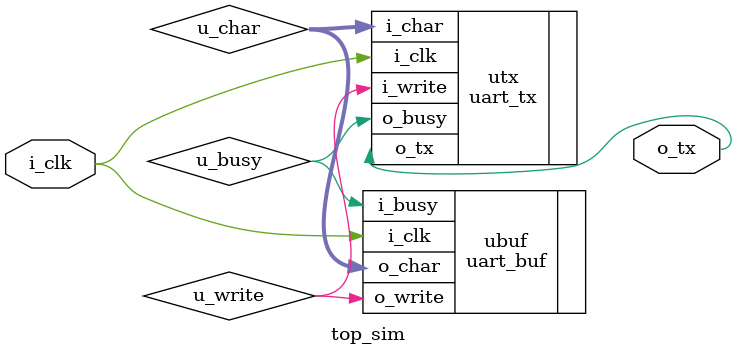
<source format=v>
`default_nettype none

module top_sim(
    input wire i_clk,
    output wire o_tx
);

wire [7:0] u_char;
wire       u_write;
wire       u_busy;

uart_buf ubuf(
    .i_clk(i_clk),
    .i_busy(u_busy),
    .o_char(u_char),
    .o_write(u_write)
);
uart_tx #(.CLKS_PER_BIT(4)) utx 
(
    .i_clk(i_clk),
    .i_char(u_char),
    .i_write(u_write),
    .o_tx(o_tx),
    .o_busy(u_busy)
);

endmodule

</source>
